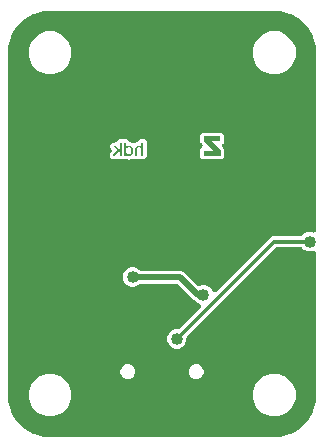
<source format=gbr>
G04 EAGLE Gerber RS-274X export*
G75*
%MOMM*%
%FSLAX34Y34*%
%LPD*%
%INBottom Copper*%
%IPPOS*%
%AMOC8*
5,1,8,0,0,1.08239X$1,22.5*%
G01*
%ADD10C,1.016000*%
%ADD11C,0.500000*%
%ADD12C,0.300000*%

G36*
X230037Y4322D02*
X230037Y4322D01*
X230163Y4324D01*
X234495Y4608D01*
X234615Y4627D01*
X234736Y4636D01*
X234905Y4672D01*
X234936Y4677D01*
X234950Y4682D01*
X234978Y4688D01*
X243345Y6930D01*
X243466Y6974D01*
X243475Y6976D01*
X243482Y6980D01*
X243535Y6999D01*
X243728Y7066D01*
X243752Y7079D01*
X243764Y7083D01*
X243790Y7099D01*
X243948Y7179D01*
X251450Y11511D01*
X251615Y11627D01*
X251784Y11742D01*
X251804Y11760D01*
X251815Y11768D01*
X251836Y11789D01*
X251967Y11908D01*
X258092Y18033D01*
X258222Y18188D01*
X258355Y18343D01*
X258370Y18365D01*
X258379Y18376D01*
X258393Y18401D01*
X258489Y18550D01*
X262821Y26052D01*
X262835Y26082D01*
X262853Y26110D01*
X262920Y26266D01*
X262994Y26419D01*
X263003Y26445D01*
X263008Y26457D01*
X263016Y26486D01*
X263018Y26492D01*
X263030Y26520D01*
X263038Y26555D01*
X263070Y26655D01*
X265312Y35022D01*
X265333Y35142D01*
X265364Y35260D01*
X265384Y35432D01*
X265389Y35462D01*
X265389Y35477D01*
X265392Y35505D01*
X265676Y39836D01*
X265675Y39874D01*
X265681Y40000D01*
X265681Y159814D01*
X265673Y159907D01*
X265674Y160001D01*
X265653Y160129D01*
X265641Y160259D01*
X265617Y160350D01*
X265601Y160442D01*
X265557Y160564D01*
X265523Y160690D01*
X265482Y160774D01*
X265451Y160862D01*
X265386Y160975D01*
X265330Y161093D01*
X265275Y161169D01*
X265228Y161249D01*
X265144Y161349D01*
X265068Y161455D01*
X265000Y161519D01*
X264940Y161591D01*
X264839Y161674D01*
X264746Y161764D01*
X264668Y161816D01*
X264596Y161875D01*
X264482Y161939D01*
X264374Y162011D01*
X264288Y162048D01*
X264206Y162094D01*
X264083Y162137D01*
X263963Y162188D01*
X263873Y162209D01*
X263784Y162240D01*
X263655Y162260D01*
X263528Y162290D01*
X263435Y162294D01*
X263343Y162308D01*
X263212Y162305D01*
X263082Y162312D01*
X262990Y162300D01*
X262896Y162297D01*
X262768Y162271D01*
X262639Y162254D01*
X262550Y162226D01*
X262459Y162207D01*
X262226Y162123D01*
X261617Y161871D01*
X258383Y161871D01*
X255396Y163109D01*
X253785Y164719D01*
X253642Y164839D01*
X253502Y164963D01*
X253470Y164982D01*
X253442Y165006D01*
X253280Y165098D01*
X253121Y165195D01*
X253086Y165208D01*
X253054Y165226D01*
X252878Y165288D01*
X252704Y165355D01*
X252667Y165362D01*
X252632Y165375D01*
X252448Y165404D01*
X252265Y165439D01*
X252215Y165442D01*
X252191Y165445D01*
X252154Y165444D01*
X252018Y165451D01*
X232919Y165451D01*
X232733Y165435D01*
X232547Y165423D01*
X232511Y165415D01*
X232474Y165411D01*
X232294Y165362D01*
X232113Y165318D01*
X232080Y165303D01*
X232044Y165293D01*
X231875Y165212D01*
X231705Y165136D01*
X231674Y165116D01*
X231641Y165100D01*
X231490Y164990D01*
X231336Y164885D01*
X231298Y164851D01*
X231279Y164838D01*
X231254Y164811D01*
X231152Y164719D01*
X156380Y89947D01*
X156260Y89803D01*
X156136Y89664D01*
X156117Y89632D01*
X156093Y89604D01*
X156001Y89442D01*
X155904Y89282D01*
X155891Y89248D01*
X155872Y89215D01*
X155811Y89040D01*
X155743Y88865D01*
X155737Y88829D01*
X155724Y88794D01*
X155695Y88610D01*
X155660Y88427D01*
X155657Y88376D01*
X155654Y88353D01*
X155654Y88316D01*
X155648Y88179D01*
X155648Y85902D01*
X154410Y82914D01*
X152123Y80628D01*
X149136Y79390D01*
X145902Y79390D01*
X142914Y80628D01*
X140628Y82914D01*
X139390Y85902D01*
X139390Y89136D01*
X140628Y92123D01*
X142914Y94410D01*
X145902Y95648D01*
X148179Y95648D01*
X148365Y95664D01*
X148551Y95675D01*
X148587Y95684D01*
X148624Y95687D01*
X148805Y95737D01*
X148985Y95781D01*
X149019Y95796D01*
X149055Y95806D01*
X149223Y95887D01*
X149394Y95962D01*
X149424Y95983D01*
X149458Y95999D01*
X149609Y96108D01*
X149763Y96213D01*
X149801Y96247D01*
X149820Y96261D01*
X149845Y96288D01*
X149947Y96380D01*
X167192Y113624D01*
X167252Y113696D01*
X167319Y113761D01*
X167395Y113867D01*
X167478Y113967D01*
X167524Y114048D01*
X167579Y114125D01*
X167634Y114242D01*
X167699Y114356D01*
X167730Y114444D01*
X167770Y114528D01*
X167804Y114654D01*
X167847Y114777D01*
X167862Y114869D01*
X167886Y114960D01*
X167897Y115089D01*
X167918Y115218D01*
X167916Y115312D01*
X167924Y115405D01*
X167911Y115534D01*
X167909Y115665D01*
X167890Y115756D01*
X167881Y115849D01*
X167846Y115975D01*
X167820Y116103D01*
X167786Y116189D01*
X167761Y116279D01*
X167704Y116397D01*
X167656Y116518D01*
X167606Y116597D01*
X167565Y116681D01*
X167488Y116786D01*
X167419Y116897D01*
X167357Y116966D01*
X167301Y117042D01*
X167207Y117131D01*
X167120Y117228D01*
X167045Y117285D01*
X166978Y117350D01*
X166869Y117421D01*
X166766Y117501D01*
X166682Y117544D01*
X166604Y117595D01*
X166381Y117701D01*
X165395Y118109D01*
X164515Y118989D01*
X164405Y119081D01*
X164301Y119180D01*
X164234Y119224D01*
X164172Y119275D01*
X164048Y119346D01*
X163928Y119425D01*
X163817Y119478D01*
X163784Y119496D01*
X163759Y119505D01*
X163704Y119531D01*
X161857Y120296D01*
X148434Y133719D01*
X148290Y133839D01*
X148151Y133963D01*
X148119Y133982D01*
X148091Y134006D01*
X147929Y134098D01*
X147769Y134195D01*
X147735Y134208D01*
X147702Y134226D01*
X147526Y134288D01*
X147352Y134355D01*
X147316Y134362D01*
X147281Y134375D01*
X147097Y134404D01*
X146914Y134439D01*
X146863Y134442D01*
X146840Y134445D01*
X146803Y134444D01*
X146666Y134451D01*
X116982Y134451D01*
X116796Y134435D01*
X116610Y134423D01*
X116574Y134415D01*
X116537Y134411D01*
X116357Y134362D01*
X116176Y134318D01*
X116142Y134303D01*
X116107Y134293D01*
X115938Y134212D01*
X115768Y134136D01*
X115737Y134116D01*
X115704Y134100D01*
X115553Y133990D01*
X115398Y133885D01*
X115361Y133851D01*
X115342Y133838D01*
X115317Y133811D01*
X115215Y133719D01*
X114604Y133109D01*
X111617Y131871D01*
X108383Y131871D01*
X105396Y133109D01*
X103109Y135396D01*
X101871Y138383D01*
X101871Y141617D01*
X103109Y144604D01*
X105396Y146891D01*
X108383Y148129D01*
X111617Y148129D01*
X114604Y146891D01*
X115215Y146281D01*
X115358Y146161D01*
X115498Y146037D01*
X115530Y146018D01*
X115558Y145994D01*
X115720Y145902D01*
X115879Y145805D01*
X115914Y145792D01*
X115946Y145774D01*
X116122Y145712D01*
X116296Y145645D01*
X116333Y145638D01*
X116368Y145625D01*
X116552Y145596D01*
X116735Y145561D01*
X116785Y145558D01*
X116809Y145555D01*
X116846Y145556D01*
X116982Y145549D01*
X151104Y145549D01*
X153143Y144704D01*
X164611Y133236D01*
X164616Y133232D01*
X164620Y133227D01*
X164790Y133086D01*
X164954Y132950D01*
X164959Y132947D01*
X164964Y132942D01*
X165157Y132834D01*
X165342Y132729D01*
X165348Y132727D01*
X165354Y132724D01*
X165559Y132653D01*
X165763Y132581D01*
X165770Y132580D01*
X165776Y132578D01*
X165990Y132545D01*
X166205Y132510D01*
X166211Y132510D01*
X166218Y132509D01*
X166436Y132515D01*
X166651Y132519D01*
X166657Y132520D01*
X166664Y132521D01*
X166879Y132565D01*
X167089Y132607D01*
X167095Y132610D01*
X167102Y132611D01*
X167335Y132694D01*
X168383Y133129D01*
X171617Y133129D01*
X174604Y131891D01*
X176891Y129605D01*
X177299Y128619D01*
X177343Y128536D01*
X177377Y128450D01*
X177446Y128339D01*
X177506Y128224D01*
X177564Y128150D01*
X177613Y128070D01*
X177701Y127974D01*
X177781Y127871D01*
X177850Y127809D01*
X177913Y127739D01*
X178016Y127660D01*
X178113Y127573D01*
X178193Y127524D01*
X178267Y127467D01*
X178383Y127407D01*
X178494Y127339D01*
X178581Y127305D01*
X178664Y127262D01*
X178788Y127224D01*
X178910Y127176D01*
X179002Y127158D01*
X179091Y127131D01*
X179220Y127115D01*
X179348Y127090D01*
X179442Y127089D01*
X179534Y127078D01*
X179664Y127085D01*
X179795Y127083D01*
X179887Y127099D01*
X179980Y127104D01*
X180107Y127135D01*
X180236Y127156D01*
X180324Y127188D01*
X180414Y127210D01*
X180533Y127263D01*
X180656Y127307D01*
X180737Y127353D01*
X180823Y127391D01*
X180931Y127465D01*
X181043Y127529D01*
X181115Y127590D01*
X181192Y127642D01*
X181376Y127808D01*
X227423Y173856D01*
X229095Y174549D01*
X252018Y174549D01*
X252204Y174565D01*
X252390Y174577D01*
X252426Y174585D01*
X252463Y174589D01*
X252643Y174638D01*
X252824Y174682D01*
X252858Y174697D01*
X252893Y174707D01*
X253062Y174788D01*
X253232Y174864D01*
X253263Y174884D01*
X253296Y174900D01*
X253447Y175010D01*
X253602Y175115D01*
X253639Y175149D01*
X253658Y175162D01*
X253683Y175189D01*
X253785Y175281D01*
X255396Y176891D01*
X258383Y178129D01*
X261617Y178129D01*
X262226Y177877D01*
X262315Y177849D01*
X262401Y177812D01*
X262527Y177782D01*
X262652Y177743D01*
X262745Y177732D01*
X262836Y177710D01*
X262966Y177704D01*
X263095Y177688D01*
X263189Y177693D01*
X263282Y177688D01*
X263411Y177705D01*
X263541Y177712D01*
X263632Y177734D01*
X263725Y177746D01*
X263849Y177786D01*
X263976Y177816D01*
X264061Y177853D01*
X264150Y177882D01*
X264265Y177943D01*
X264385Y177995D01*
X264463Y178047D01*
X264545Y178091D01*
X264648Y178171D01*
X264756Y178244D01*
X264823Y178309D01*
X264896Y178367D01*
X264983Y178465D01*
X265076Y178555D01*
X265131Y178631D01*
X265193Y178701D01*
X265260Y178812D01*
X265336Y178918D01*
X265376Y179003D01*
X265425Y179083D01*
X265472Y179204D01*
X265527Y179322D01*
X265552Y179412D01*
X265585Y179500D01*
X265610Y179628D01*
X265644Y179753D01*
X265651Y179846D01*
X265669Y179938D01*
X265681Y180186D01*
X265681Y330000D01*
X265678Y330037D01*
X265676Y330164D01*
X265392Y334495D01*
X265373Y334615D01*
X265364Y334736D01*
X265328Y334905D01*
X265323Y334936D01*
X265318Y334950D01*
X265312Y334978D01*
X263070Y343345D01*
X263001Y343535D01*
X262934Y343728D01*
X262921Y343752D01*
X262917Y343764D01*
X262901Y343790D01*
X262821Y343948D01*
X258489Y351450D01*
X258373Y351615D01*
X258258Y351784D01*
X258240Y351804D01*
X258232Y351815D01*
X258211Y351836D01*
X258092Y351967D01*
X251967Y358092D01*
X251812Y358222D01*
X251657Y358355D01*
X251635Y358370D01*
X251624Y358379D01*
X251599Y358393D01*
X251450Y358489D01*
X243948Y362821D01*
X243764Y362906D01*
X243581Y362994D01*
X243555Y363003D01*
X243543Y363008D01*
X243513Y363016D01*
X243345Y363070D01*
X234978Y365312D01*
X234858Y365333D01*
X234740Y365364D01*
X234568Y365384D01*
X234538Y365389D01*
X234523Y365389D01*
X234495Y365392D01*
X230163Y365676D01*
X230126Y365675D01*
X230000Y365681D01*
X40000Y365681D01*
X39963Y365678D01*
X39836Y365676D01*
X35505Y365392D01*
X35385Y365373D01*
X35264Y365364D01*
X35095Y365328D01*
X35064Y365323D01*
X35050Y365318D01*
X35022Y365312D01*
X26655Y363070D01*
X26465Y363001D01*
X26272Y362934D01*
X26248Y362921D01*
X26236Y362917D01*
X26210Y362901D01*
X26052Y362821D01*
X18550Y358489D01*
X18385Y358373D01*
X18216Y358258D01*
X18196Y358240D01*
X18185Y358232D01*
X18164Y358211D01*
X18033Y358092D01*
X11908Y351967D01*
X11777Y351810D01*
X11645Y351657D01*
X11630Y351635D01*
X11621Y351624D01*
X11607Y351599D01*
X11511Y351450D01*
X7179Y343948D01*
X7094Y343764D01*
X7006Y343581D01*
X6997Y343555D01*
X6992Y343543D01*
X6984Y343513D01*
X6930Y343345D01*
X4688Y334978D01*
X4667Y334858D01*
X4636Y334740D01*
X4616Y334568D01*
X4611Y334538D01*
X4611Y334523D01*
X4608Y334495D01*
X4324Y330163D01*
X4325Y330126D01*
X4319Y330000D01*
X4319Y40000D01*
X4322Y39963D01*
X4324Y39836D01*
X4608Y35505D01*
X4627Y35385D01*
X4636Y35264D01*
X4672Y35095D01*
X4677Y35064D01*
X4682Y35050D01*
X4688Y35022D01*
X6930Y26655D01*
X6999Y26465D01*
X7066Y26272D01*
X7079Y26248D01*
X7083Y26236D01*
X7099Y26210D01*
X7179Y26052D01*
X11511Y18550D01*
X11627Y18385D01*
X11742Y18216D01*
X11760Y18196D01*
X11768Y18185D01*
X11789Y18164D01*
X11908Y18033D01*
X18033Y11908D01*
X18189Y11777D01*
X18343Y11645D01*
X18365Y11630D01*
X18376Y11621D01*
X18402Y11607D01*
X18550Y11511D01*
X26052Y7179D01*
X26235Y7095D01*
X26419Y7006D01*
X26445Y6997D01*
X26457Y6992D01*
X26486Y6984D01*
X26655Y6930D01*
X35022Y4688D01*
X35142Y4667D01*
X35260Y4636D01*
X35432Y4616D01*
X35462Y4611D01*
X35477Y4611D01*
X35505Y4608D01*
X39837Y4324D01*
X39874Y4325D01*
X40000Y4319D01*
X230000Y4319D01*
X230037Y4322D01*
G37*
%LPC*%
G36*
X36410Y311951D02*
X36410Y311951D01*
X29776Y314699D01*
X24699Y319776D01*
X21951Y326410D01*
X21951Y333590D01*
X24699Y340224D01*
X29776Y345301D01*
X36410Y348049D01*
X43590Y348049D01*
X50224Y345301D01*
X55301Y340224D01*
X58049Y333590D01*
X58049Y326410D01*
X55301Y319776D01*
X50224Y314699D01*
X43590Y311951D01*
X36410Y311951D01*
G37*
%LPD*%
%LPC*%
G36*
X226410Y311951D02*
X226410Y311951D01*
X219776Y314699D01*
X214699Y319776D01*
X211951Y326410D01*
X211951Y333590D01*
X214699Y340224D01*
X219776Y345301D01*
X226410Y348049D01*
X233590Y348049D01*
X240224Y345301D01*
X245301Y340224D01*
X248049Y333590D01*
X248049Y326410D01*
X245301Y319776D01*
X240224Y314699D01*
X233590Y311951D01*
X226410Y311951D01*
G37*
%LPD*%
%LPC*%
G36*
X226410Y21951D02*
X226410Y21951D01*
X219776Y24699D01*
X214699Y29776D01*
X211951Y36410D01*
X211951Y43590D01*
X214699Y50224D01*
X219776Y55301D01*
X226410Y58049D01*
X233590Y58049D01*
X240224Y55301D01*
X245301Y50224D01*
X248049Y43590D01*
X248049Y36410D01*
X245301Y29776D01*
X240224Y24699D01*
X233590Y21951D01*
X226410Y21951D01*
G37*
%LPD*%
%LPC*%
G36*
X36410Y21951D02*
X36410Y21951D01*
X29776Y24699D01*
X24699Y29776D01*
X21951Y36410D01*
X21951Y43590D01*
X24699Y50224D01*
X29776Y55301D01*
X36410Y58049D01*
X43590Y58049D01*
X50224Y55301D01*
X55301Y50224D01*
X58049Y43590D01*
X58049Y36410D01*
X55301Y29776D01*
X50224Y24699D01*
X43590Y21951D01*
X36410Y21951D01*
G37*
%LPD*%
%LPC*%
G36*
X107122Y239403D02*
X107122Y239403D01*
X107107Y239404D01*
X107093Y239408D01*
X106885Y239417D01*
X106826Y239420D01*
X106592Y239488D01*
X106462Y239514D01*
X106334Y239549D01*
X106243Y239557D01*
X106154Y239575D01*
X106021Y239577D01*
X105889Y239588D01*
X105743Y239581D01*
X105707Y239582D01*
X105691Y239579D01*
X105629Y239603D01*
X105559Y239616D01*
X105491Y239638D01*
X105340Y239658D01*
X105191Y239687D01*
X105085Y239692D01*
X105049Y239697D01*
X105018Y239695D01*
X104964Y239698D01*
X104956Y239702D01*
X104945Y239704D01*
X104935Y239709D01*
X104730Y239761D01*
X104523Y239814D01*
X104512Y239815D01*
X104502Y239818D01*
X104256Y239845D01*
X103966Y239861D01*
X103925Y239869D01*
X103896Y239871D01*
X103882Y239873D01*
X103850Y239873D01*
X103678Y239881D01*
X96039Y239881D01*
X95907Y239870D01*
X95775Y239867D01*
X95630Y239845D01*
X95594Y239842D01*
X95574Y239836D01*
X95530Y239829D01*
X94724Y239662D01*
X94586Y239712D01*
X94539Y239720D01*
X94492Y239735D01*
X94319Y239758D01*
X94146Y239788D01*
X94098Y239788D01*
X94050Y239794D01*
X93875Y239786D01*
X93700Y239785D01*
X93633Y239775D01*
X93603Y239774D01*
X93567Y239766D01*
X93455Y239749D01*
X93113Y239681D01*
X92980Y239726D01*
X92825Y239785D01*
X92767Y239796D01*
X92713Y239815D01*
X92613Y239829D01*
X92053Y240389D01*
X91960Y240467D01*
X91874Y240552D01*
X91733Y240656D01*
X91710Y240676D01*
X91698Y240683D01*
X91675Y240699D01*
X91024Y241135D01*
X90961Y241261D01*
X90893Y241413D01*
X90861Y241461D01*
X90835Y241513D01*
X90775Y241593D01*
X90775Y242386D01*
X90764Y242506D01*
X90763Y242627D01*
X90738Y242800D01*
X90735Y242830D01*
X90731Y242844D01*
X90727Y242872D01*
X90575Y243640D01*
X90619Y243774D01*
X90679Y243929D01*
X90690Y243986D01*
X90708Y244041D01*
X90722Y244140D01*
X91282Y244701D01*
X91360Y244794D01*
X91445Y244880D01*
X91549Y245020D01*
X91569Y245044D01*
X91576Y245056D01*
X91592Y245078D01*
X91991Y245674D01*
X92030Y245746D01*
X92078Y245813D01*
X92137Y245942D01*
X92205Y246066D01*
X92231Y246144D01*
X92266Y246219D01*
X92302Y246355D01*
X92346Y246490D01*
X92358Y246571D01*
X92379Y246651D01*
X92390Y246792D01*
X92410Y246932D01*
X92407Y247014D01*
X92413Y247096D01*
X92398Y247237D01*
X92393Y247378D01*
X92376Y247459D01*
X92367Y247541D01*
X92328Y247676D01*
X92298Y247815D01*
X92266Y247891D01*
X92243Y247970D01*
X92180Y248096D01*
X92126Y248227D01*
X92081Y248296D01*
X92045Y248370D01*
X91960Y248483D01*
X91883Y248602D01*
X91827Y248662D01*
X91778Y248728D01*
X91604Y248905D01*
X91004Y249456D01*
X91004Y250677D01*
X91001Y250708D01*
X91002Y250784D01*
X90950Y252004D01*
X91813Y252867D01*
X91833Y252891D01*
X91887Y252944D01*
X92713Y253844D01*
X93934Y253844D01*
X93965Y253847D01*
X94040Y253846D01*
X94202Y253853D01*
X94334Y253871D01*
X94467Y253879D01*
X94555Y253900D01*
X94644Y253912D01*
X94772Y253953D01*
X94902Y253984D01*
X94984Y254021D01*
X95070Y254049D01*
X95188Y254112D01*
X95310Y254166D01*
X95384Y254216D01*
X95464Y254259D01*
X95569Y254342D01*
X95679Y254417D01*
X95786Y254513D01*
X95814Y254536D01*
X95829Y254552D01*
X95863Y254583D01*
X98114Y256834D01*
X105599Y256834D01*
X107818Y254616D01*
X107910Y254539D01*
X107995Y254455D01*
X108081Y254396D01*
X108160Y254329D01*
X108265Y254270D01*
X108364Y254202D01*
X108459Y254160D01*
X108549Y254109D01*
X108662Y254069D01*
X108771Y254020D01*
X108872Y253995D01*
X108970Y253960D01*
X109089Y253941D01*
X109205Y253913D01*
X109260Y253907D01*
X109373Y253840D01*
X109535Y253739D01*
X109565Y253727D01*
X109593Y253710D01*
X109772Y253644D01*
X109950Y253573D01*
X109992Y253562D01*
X110011Y253555D01*
X110047Y253549D01*
X110190Y253514D01*
X110387Y253475D01*
X110579Y253456D01*
X110770Y253431D01*
X110794Y253432D01*
X110822Y253431D01*
X110831Y253430D01*
X110838Y253430D01*
X110923Y253428D01*
X111062Y253414D01*
X111145Y253421D01*
X111229Y253418D01*
X111368Y253439D01*
X111507Y253450D01*
X111588Y253472D01*
X111671Y253484D01*
X111803Y253529D01*
X111939Y253565D01*
X112014Y253601D01*
X112094Y253628D01*
X112216Y253696D01*
X112335Y253752D01*
X112390Y253764D01*
X112593Y253806D01*
X112609Y253812D01*
X112625Y253816D01*
X112816Y253895D01*
X113007Y253972D01*
X113027Y253983D01*
X113038Y253988D01*
X113060Y254002D01*
X113222Y254095D01*
X113583Y254327D01*
X113651Y254356D01*
X113658Y254361D01*
X113666Y254365D01*
X113842Y254484D01*
X114022Y254605D01*
X114028Y254611D01*
X114035Y254616D01*
X114219Y254782D01*
X116272Y256834D01*
X120093Y256834D01*
X121878Y255048D01*
X121878Y241667D01*
X120093Y239881D01*
X117552Y239881D01*
X117547Y239881D01*
X117538Y239881D01*
X115439Y239870D01*
X115424Y239872D01*
X115386Y239871D01*
X115265Y239877D01*
X114613Y239879D01*
X114585Y239877D01*
X112319Y239881D01*
X112317Y239881D01*
X112314Y239881D01*
X110614Y239881D01*
X110524Y239913D01*
X110434Y239928D01*
X110347Y239952D01*
X110214Y239964D01*
X110083Y239985D01*
X109992Y239984D01*
X109902Y239992D01*
X109655Y239979D01*
X109561Y239970D01*
X109397Y239938D01*
X109232Y239914D01*
X109178Y239896D01*
X109122Y239886D01*
X108966Y239826D01*
X108808Y239773D01*
X108736Y239737D01*
X108705Y239725D01*
X108675Y239706D01*
X108587Y239662D01*
X108474Y239599D01*
X108414Y239602D01*
X108258Y239598D01*
X108101Y239601D01*
X108035Y239591D01*
X107968Y239588D01*
X107815Y239556D01*
X107660Y239531D01*
X107566Y239503D01*
X107531Y239495D01*
X107501Y239483D01*
X107423Y239459D01*
X107229Y239389D01*
X107211Y239387D01*
X107206Y239386D01*
X107200Y239386D01*
X107199Y239385D01*
X107122Y239403D01*
G37*
%LPD*%
%LPC*%
G36*
X168926Y239881D02*
X168926Y239881D01*
X167140Y241667D01*
X167140Y248365D01*
X168513Y249737D01*
X168648Y249899D01*
X168783Y250058D01*
X168790Y250070D01*
X168799Y250080D01*
X168903Y250262D01*
X169008Y250444D01*
X169013Y250457D01*
X169020Y250468D01*
X169090Y250667D01*
X169161Y250863D01*
X169163Y250877D01*
X169168Y250890D01*
X169201Y251098D01*
X169237Y251304D01*
X169237Y251317D01*
X169239Y251331D01*
X169235Y251541D01*
X169233Y251750D01*
X169230Y251764D01*
X169230Y251778D01*
X169188Y251983D01*
X169149Y252189D01*
X169144Y252202D01*
X169142Y252215D01*
X169064Y252410D01*
X168989Y252606D01*
X168982Y252618D01*
X168977Y252631D01*
X168866Y252809D01*
X168757Y252988D01*
X168746Y253002D01*
X168741Y253010D01*
X168725Y253027D01*
X168600Y253180D01*
X168383Y253421D01*
X168363Y253438D01*
X168348Y253459D01*
X168330Y253474D01*
X168295Y253513D01*
X167437Y254371D01*
X167499Y255583D01*
X167498Y255617D01*
X167502Y255710D01*
X167502Y260483D01*
X169288Y262269D01*
X185573Y262269D01*
X187359Y260483D01*
X187359Y253779D01*
X186528Y252948D01*
X186528Y252947D01*
X186527Y252946D01*
X186380Y252770D01*
X186242Y252605D01*
X186241Y252604D01*
X186241Y252603D01*
X186138Y252422D01*
X186021Y252216D01*
X186021Y252215D01*
X186020Y252214D01*
X185946Y252001D01*
X185873Y251795D01*
X185873Y251794D01*
X185873Y251793D01*
X185839Y251582D01*
X185802Y251354D01*
X185802Y251353D01*
X185802Y251351D01*
X185808Y251098D01*
X185811Y250907D01*
X185812Y250906D01*
X185812Y250905D01*
X185863Y250652D01*
X185900Y250470D01*
X185900Y250468D01*
X185900Y250467D01*
X185988Y250246D01*
X186064Y250054D01*
X186065Y250053D01*
X186066Y250052D01*
X186199Y249838D01*
X186301Y249675D01*
X186301Y249674D01*
X186302Y249673D01*
X186461Y249483D01*
X186908Y249000D01*
X186930Y248980D01*
X186975Y248930D01*
X187841Y248064D01*
X187794Y246840D01*
X187795Y246811D01*
X187792Y246743D01*
X187792Y241667D01*
X186006Y239881D01*
X168926Y239881D01*
G37*
%LPD*%
G36*
X184748Y242930D02*
X184748Y242930D01*
X184748Y246851D01*
X184747Y246852D01*
X184747Y246854D01*
X177179Y255036D01*
X184311Y255036D01*
X184316Y255041D01*
X184315Y255041D01*
X184316Y255041D01*
X184316Y259220D01*
X184311Y259225D01*
X170551Y259225D01*
X170546Y259221D01*
X170546Y259220D01*
X170546Y255569D01*
X170547Y255567D01*
X170547Y255565D01*
X178184Y247107D01*
X170189Y247107D01*
X170184Y247103D01*
X170185Y247102D01*
X170184Y247102D01*
X170184Y242930D01*
X170189Y242925D01*
X170189Y242926D01*
X170189Y242925D01*
X184743Y242925D01*
X184748Y242930D01*
G37*
%LPC*%
G36*
X104767Y53541D02*
X104767Y53541D01*
X102452Y54500D01*
X100680Y56272D01*
X99721Y58587D01*
X99721Y61093D01*
X100680Y63408D01*
X102452Y65180D01*
X104767Y66139D01*
X107273Y66139D01*
X109588Y65180D01*
X111360Y63408D01*
X112319Y61093D01*
X112319Y58587D01*
X111360Y56272D01*
X109588Y54500D01*
X107273Y53541D01*
X104767Y53541D01*
G37*
%LPD*%
%LPC*%
G36*
X162567Y53541D02*
X162567Y53541D01*
X160252Y54500D01*
X158480Y56272D01*
X157521Y58587D01*
X157521Y61093D01*
X158480Y63408D01*
X160252Y65180D01*
X162567Y66139D01*
X165073Y66139D01*
X167388Y65180D01*
X169160Y63408D01*
X170119Y61093D01*
X170119Y58587D01*
X169160Y56272D01*
X167388Y54500D01*
X165073Y53541D01*
X162567Y53541D01*
G37*
%LPD*%
G36*
X106878Y242742D02*
X106878Y242742D01*
X106879Y242741D01*
X106882Y242743D01*
X106891Y242743D01*
X106892Y242744D01*
X106893Y242743D01*
X106899Y242746D01*
X106901Y242746D01*
X106902Y242747D01*
X106903Y242747D01*
X106909Y242750D01*
X106911Y242750D01*
X106913Y242751D01*
X106914Y242750D01*
X106920Y242753D01*
X106929Y242753D01*
X106934Y242757D01*
X106933Y242758D01*
X106934Y242758D01*
X106934Y243941D01*
X106929Y243946D01*
X106928Y243946D01*
X106911Y243945D01*
X106911Y243944D01*
X106910Y243944D01*
X106853Y243931D01*
X106853Y243930D01*
X106839Y243925D01*
X106826Y243922D01*
X106825Y243922D01*
X106798Y243912D01*
X106740Y243896D01*
X106709Y243893D01*
X106673Y243894D01*
X106671Y243894D01*
X106533Y243896D01*
X106089Y243958D01*
X105823Y244037D01*
X105526Y244182D01*
X105314Y244328D01*
X105170Y244448D01*
X104995Y244627D01*
X104804Y244876D01*
X104675Y245098D01*
X104566Y245332D01*
X104458Y245645D01*
X104355Y246109D01*
X104300Y246581D01*
X104319Y247350D01*
X104320Y247356D01*
X104322Y247366D01*
X104322Y247371D01*
X104324Y247381D01*
X104326Y247391D01*
X104328Y247406D01*
X104330Y247416D01*
X104332Y247431D01*
X104334Y247441D01*
X104336Y247451D01*
X104336Y247456D01*
X104337Y247456D01*
X104336Y247456D01*
X104338Y247466D01*
X104340Y247475D01*
X104340Y247476D01*
X104342Y247490D01*
X104344Y247500D01*
X104346Y247510D01*
X104346Y247515D01*
X104348Y247525D01*
X104350Y247535D01*
X104351Y247540D01*
X104352Y247550D01*
X104354Y247560D01*
X104356Y247575D01*
X104358Y247585D01*
X104360Y247595D01*
X104361Y247600D01*
X104362Y247610D01*
X104364Y247620D01*
X104366Y247634D01*
X104366Y247635D01*
X104368Y247644D01*
X104371Y247659D01*
X104372Y247669D01*
X104374Y247679D01*
X104375Y247684D01*
X104376Y247694D01*
X104378Y247704D01*
X104381Y247719D01*
X104382Y247729D01*
X104385Y247744D01*
X104386Y247754D01*
X104388Y247764D01*
X104389Y247769D01*
X104390Y247779D01*
X104391Y247779D01*
X104390Y247779D01*
X104392Y247788D01*
X104392Y247789D01*
X104395Y247803D01*
X104396Y247813D01*
X104398Y247823D01*
X104399Y247828D01*
X104400Y247833D01*
X104530Y248292D01*
X104692Y248650D01*
X104860Y248920D01*
X105063Y249159D01*
X105404Y249444D01*
X105749Y249638D01*
X105941Y249712D01*
X106149Y249767D01*
X106604Y249829D01*
X106932Y249829D01*
X107312Y249781D01*
X107583Y249709D01*
X107825Y249602D01*
X108147Y249393D01*
X108332Y249228D01*
X108497Y249042D01*
X108673Y248781D01*
X108864Y248372D01*
X108984Y247985D01*
X109091Y247360D01*
X109120Y246859D01*
X109118Y246821D01*
X109116Y246751D01*
X109107Y246528D01*
X109104Y246458D01*
X109101Y246389D01*
X109101Y246386D01*
X109041Y245985D01*
X108896Y245466D01*
X108738Y245110D01*
X108535Y244790D01*
X108377Y244594D01*
X108198Y244419D01*
X107889Y244199D01*
X107695Y244099D01*
X107609Y244068D01*
X107476Y244034D01*
X107038Y243970D01*
X107034Y243966D01*
X107034Y243965D01*
X107034Y242780D01*
X107038Y242775D01*
X107039Y242776D01*
X107039Y242775D01*
X107708Y242843D01*
X108061Y242924D01*
X108062Y242924D01*
X108388Y243041D01*
X108867Y243310D01*
X108868Y243310D01*
X109155Y243529D01*
X109156Y243530D01*
X109537Y243910D01*
X109537Y243911D01*
X109804Y244278D01*
X110030Y244680D01*
X110273Y245297D01*
X110274Y245298D01*
X110442Y246068D01*
X110444Y246084D01*
X110446Y246119D01*
X110449Y246154D01*
X110453Y246203D01*
X110453Y246204D01*
X110456Y246238D01*
X110458Y246273D01*
X110461Y246308D01*
X110465Y246357D01*
X110465Y246358D01*
X110467Y246392D01*
X110468Y246392D01*
X110467Y246392D01*
X110470Y246427D01*
X110473Y246462D01*
X110477Y246512D01*
X110479Y246546D01*
X110482Y246581D01*
X110485Y246616D01*
X110489Y246666D01*
X110491Y246700D01*
X110494Y246735D01*
X110497Y246770D01*
X110498Y246781D01*
X110497Y246782D01*
X110498Y246782D01*
X110456Y247597D01*
X110332Y248271D01*
X110332Y248272D01*
X110118Y248902D01*
X110118Y248903D01*
X109913Y249314D01*
X109913Y249315D01*
X109663Y249691D01*
X109370Y250029D01*
X109369Y250029D01*
X109102Y250265D01*
X108881Y250424D01*
X108395Y250689D01*
X108394Y250690D01*
X107941Y250850D01*
X107445Y250947D01*
X107444Y250946D01*
X107444Y250947D01*
X107396Y250949D01*
X107304Y250954D01*
X107303Y250954D01*
X107211Y250959D01*
X107118Y250964D01*
X107025Y250969D01*
X106933Y250974D01*
X106932Y250974D01*
X106865Y250978D01*
X106865Y250977D01*
X106864Y250978D01*
X106380Y250938D01*
X105899Y250835D01*
X105899Y250834D01*
X105418Y250657D01*
X105417Y250657D01*
X105085Y250471D01*
X105085Y250470D01*
X105084Y250470D01*
X104850Y250303D01*
X104633Y250103D01*
X104632Y250103D01*
X104474Y249913D01*
X104473Y249913D01*
X104363Y249744D01*
X104341Y249744D01*
X104341Y253786D01*
X104337Y253791D01*
X104337Y253790D01*
X104336Y253791D01*
X103041Y253791D01*
X103036Y253786D01*
X103036Y242930D01*
X103040Y242925D01*
X103041Y242926D01*
X103041Y242925D01*
X104336Y242925D01*
X104341Y242930D01*
X104341Y243990D01*
X104362Y243990D01*
X104445Y243834D01*
X104446Y243834D01*
X104542Y243687D01*
X104543Y243687D01*
X104542Y243687D01*
X104651Y243551D01*
X104651Y243550D01*
X104903Y243312D01*
X104904Y243312D01*
X105046Y243210D01*
X105047Y243210D01*
X105279Y243076D01*
X105280Y243076D01*
X105280Y243075D01*
X105537Y242967D01*
X105992Y242834D01*
X106373Y242770D01*
X106374Y242770D01*
X106877Y242741D01*
X106878Y242742D01*
G37*
G36*
X113615Y242930D02*
X113615Y242930D01*
X113629Y248516D01*
X113698Y248832D01*
X113749Y248976D01*
X113816Y249110D01*
X113897Y249235D01*
X113989Y249350D01*
X114094Y249457D01*
X114211Y249549D01*
X114338Y249628D01*
X114474Y249695D01*
X114619Y249750D01*
X114943Y249819D01*
X115281Y249833D01*
X115696Y249798D01*
X116007Y249728D01*
X116287Y249623D01*
X116629Y249427D01*
X116840Y249254D01*
X117024Y249049D01*
X117180Y248819D01*
X117351Y248461D01*
X117423Y248238D01*
X117502Y247818D01*
X117529Y242930D01*
X117534Y242925D01*
X117534Y242926D01*
X117534Y242925D01*
X118830Y242925D01*
X118835Y242930D01*
X118834Y242930D01*
X118835Y242930D01*
X118835Y253786D01*
X118830Y253791D01*
X118830Y253790D01*
X118830Y253791D01*
X117534Y253791D01*
X117529Y253786D01*
X117530Y253786D01*
X117529Y253786D01*
X117529Y249639D01*
X117510Y249639D01*
X117377Y249888D01*
X117376Y249888D01*
X117376Y249889D01*
X117239Y250077D01*
X117238Y250077D01*
X117040Y250279D01*
X116895Y250401D01*
X116895Y250402D01*
X116622Y250582D01*
X116622Y250583D01*
X116331Y250724D01*
X116330Y250724D01*
X115889Y250872D01*
X115888Y250873D01*
X115339Y250964D01*
X115338Y250964D01*
X115070Y250965D01*
X115069Y250965D01*
X115057Y250965D01*
X114654Y250966D01*
X114654Y250965D01*
X114654Y250966D01*
X114235Y250912D01*
X114234Y250912D01*
X113866Y250816D01*
X113866Y250815D01*
X113865Y250815D01*
X113486Y250648D01*
X113485Y250648D01*
X113212Y250472D01*
X113211Y250472D01*
X113066Y250351D01*
X112856Y250123D01*
X112855Y250123D01*
X112680Y249865D01*
X112680Y249864D01*
X112679Y249864D01*
X112567Y249638D01*
X112479Y249395D01*
X112479Y249394D01*
X112376Y248926D01*
X112376Y248925D01*
X112326Y248489D01*
X112314Y242930D01*
X112318Y242925D01*
X112318Y242926D01*
X112318Y242925D01*
X113610Y242925D01*
X113615Y242930D01*
G37*
G36*
X95471Y242927D02*
X95471Y242927D01*
X95473Y242927D01*
X98160Y247026D01*
X99372Y245908D01*
X99372Y242930D01*
X99376Y242925D01*
X99377Y242926D01*
X99377Y242925D01*
X100669Y242925D01*
X100674Y242930D01*
X100674Y253786D01*
X100670Y253791D01*
X100669Y253790D01*
X100669Y253791D01*
X99377Y253791D01*
X99372Y253786D01*
X99372Y247365D01*
X95791Y250799D01*
X95788Y250799D01*
X95787Y250800D01*
X94053Y250800D01*
X94051Y250799D01*
X94049Y250799D01*
X94049Y250797D01*
X94048Y250796D01*
X94049Y250794D01*
X94049Y250792D01*
X97164Y247932D01*
X93819Y242933D01*
X93820Y242932D01*
X93819Y242931D01*
X93820Y242929D01*
X93820Y242926D01*
X93822Y242927D01*
X93823Y242925D01*
X95469Y242925D01*
X95471Y242927D01*
G37*
D10*
X190000Y100000D03*
X15000Y70000D03*
X120000Y180000D03*
X92000Y104000D03*
X130000Y30000D03*
X250000Y260000D03*
X61000Y119000D03*
X105000Y295000D03*
X210000Y90000D03*
X250000Y80000D03*
X15000Y153890D03*
X20000Y240000D03*
X93300Y82300D03*
X110000Y140000D03*
D11*
X150000Y140000D01*
X165000Y125000D01*
X170000Y125000D01*
D10*
X170000Y125000D03*
X147519Y87519D03*
D12*
X230000Y170000D01*
X260000Y170000D01*
D10*
X260000Y170000D03*
M02*

</source>
